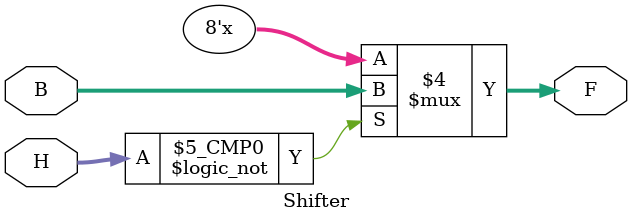
<source format=v>
`timescale 1ns / 1ps


module Shifter(
    input       [7:0] B,
    input       [1:0] H,
    output reg  [7:0] F
    );
    
    always @(*) begin
        case(H)
            
            // F = B
            2'b00: begin
                F <= B;
            end
            
            // F = sr B
            2'b00: begin
                F <= B >> 1;
            end
            
            // F = sl B
            2'b00: begin
                F <= B << 1;
            end
        endcase
    end
endmodule

</source>
